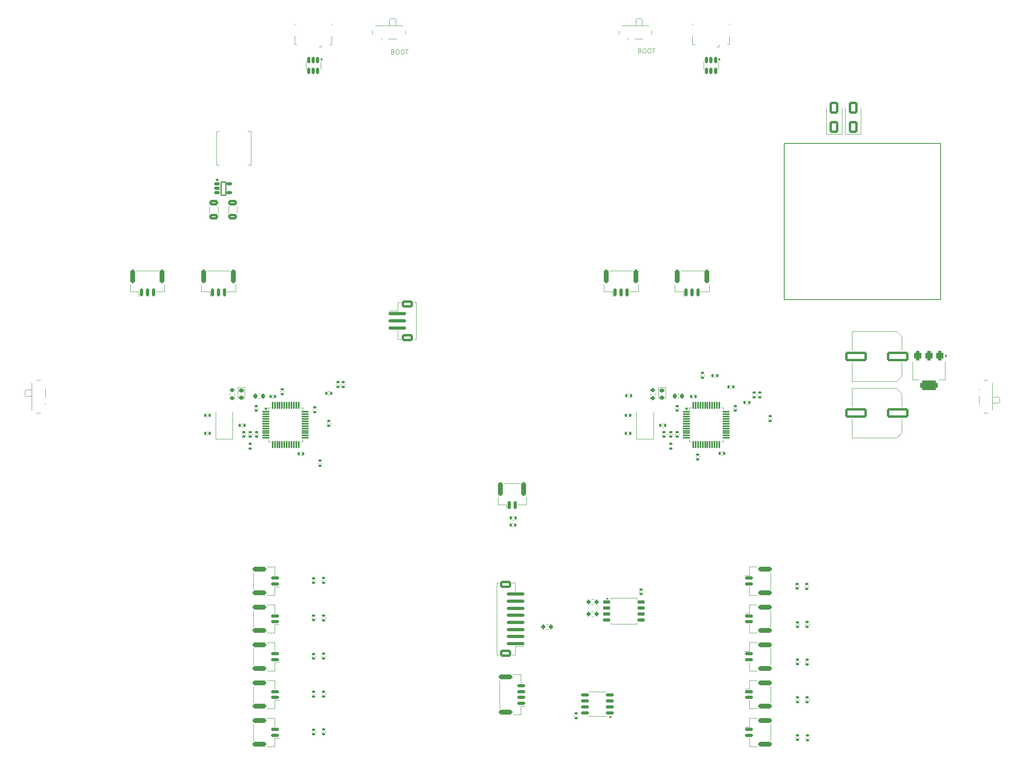
<source format=gto>
%TF.GenerationSoftware,KiCad,Pcbnew,8.0.3*%
%TF.CreationDate,2024-06-22T00:29:56+02:00*%
%TF.ProjectId,Pilot,50696c6f-742e-46b6-9963-61645f706362,rev?*%
%TF.SameCoordinates,Original*%
%TF.FileFunction,Legend,Top*%
%TF.FilePolarity,Positive*%
%FSLAX46Y46*%
G04 Gerber Fmt 4.6, Leading zero omitted, Abs format (unit mm)*
G04 Created by KiCad (PCBNEW 8.0.3) date 2024-06-22 00:29:56*
%MOMM*%
%LPD*%
G01*
G04 APERTURE LIST*
G04 Aperture macros list*
%AMRoundRect*
0 Rectangle with rounded corners*
0 $1 Rounding radius*
0 $2 $3 $4 $5 $6 $7 $8 $9 X,Y pos of 4 corners*
0 Add a 4 corners polygon primitive as box body*
4,1,4,$2,$3,$4,$5,$6,$7,$8,$9,$2,$3,0*
0 Add four circle primitives for the rounded corners*
1,1,$1+$1,$2,$3*
1,1,$1+$1,$4,$5*
1,1,$1+$1,$6,$7*
1,1,$1+$1,$8,$9*
0 Add four rect primitives between the rounded corners*
20,1,$1+$1,$2,$3,$4,$5,0*
20,1,$1+$1,$4,$5,$6,$7,0*
20,1,$1+$1,$6,$7,$8,$9,0*
20,1,$1+$1,$8,$9,$2,$3,0*%
G04 Aperture macros list end*
%ADD10C,0.100000*%
%ADD11C,0.120000*%
%ADD12C,0.254000*%
%ADD13C,0.299000*%
%ADD14C,0.200000*%
%ADD15RoundRect,0.140000X0.170000X-0.140000X0.170000X0.140000X-0.170000X0.140000X-0.170000X-0.140000X0*%
%ADD16RoundRect,0.250001X2.049999X0.799999X-2.049999X0.799999X-2.049999X-0.799999X2.049999X-0.799999X0*%
%ADD17RoundRect,0.150000X-0.700000X0.150000X-0.700000X-0.150000X0.700000X-0.150000X0.700000X0.150000X0*%
%ADD18RoundRect,0.250000X-1.150000X0.250000X-1.150000X-0.250000X1.150000X-0.250000X1.150000X0.250000X0*%
%ADD19RoundRect,0.140000X-0.170000X0.140000X-0.170000X-0.140000X0.170000X-0.140000X0.170000X0.140000X0*%
%ADD20R,1.000000X0.800000*%
%ADD21C,0.900000*%
%ADD22R,0.700000X1.500000*%
%ADD23R,2.400000X2.000000*%
%ADD24RoundRect,0.140000X-0.140000X-0.170000X0.140000X-0.170000X0.140000X0.170000X-0.140000X0.170000X0*%
%ADD25RoundRect,0.135000X-0.185000X0.135000X-0.185000X-0.135000X0.185000X-0.135000X0.185000X0.135000X0*%
%ADD26RoundRect,0.200000X-0.200000X-0.275000X0.200000X-0.275000X0.200000X0.275000X-0.200000X0.275000X0*%
%ADD27RoundRect,0.225000X0.225000X0.250000X-0.225000X0.250000X-0.225000X-0.250000X0.225000X-0.250000X0*%
%ADD28RoundRect,0.140000X0.140000X0.170000X-0.140000X0.170000X-0.140000X-0.170000X0.140000X-0.170000X0*%
%ADD29RoundRect,0.175000X1.675000X-0.175000X1.675000X0.175000X-1.675000X0.175000X-1.675000X-0.175000X0*%
%ADD30RoundRect,0.250001X0.899999X-0.499999X0.899999X0.499999X-0.899999X0.499999X-0.899999X-0.499999X0*%
%ADD31RoundRect,0.155500X-0.397000X0.155500X-0.397000X-0.155500X0.397000X-0.155500X0.397000X0.155500X0*%
%ADD32RoundRect,0.150000X0.700000X-0.150000X0.700000X0.150000X-0.700000X0.150000X-0.700000X-0.150000X0*%
%ADD33RoundRect,0.250000X1.150000X-0.250000X1.150000X0.250000X-1.150000X0.250000X-1.150000X-0.250000X0*%
%ADD34RoundRect,0.147500X0.172500X-0.147500X0.172500X0.147500X-0.172500X0.147500X-0.172500X-0.147500X0*%
%ADD35RoundRect,0.250000X0.650000X-1.000000X0.650000X1.000000X-0.650000X1.000000X-0.650000X-1.000000X0*%
%ADD36RoundRect,0.150000X-0.650000X-0.150000X0.650000X-0.150000X0.650000X0.150000X-0.650000X0.150000X0*%
%ADD37RoundRect,0.135000X0.135000X0.185000X-0.135000X0.185000X-0.135000X-0.185000X0.135000X-0.185000X0*%
%ADD38RoundRect,0.135000X0.185000X-0.135000X0.185000X0.135000X-0.185000X0.135000X-0.185000X-0.135000X0*%
%ADD39C,1.000000*%
%ADD40C,0.700000*%
%ADD41C,1.200000*%
%ADD42R,0.400000X1.350000*%
%ADD43O,1.200000X1.900000*%
%ADD44R,1.200000X1.900000*%
%ADD45C,1.450000*%
%ADD46R,1.500000X1.900000*%
%ADD47R,5.500000X1.430000*%
%ADD48RoundRect,0.375000X-0.375000X0.625000X-0.375000X-0.625000X0.375000X-0.625000X0.375000X0.625000X0*%
%ADD49RoundRect,0.500000X-1.400000X0.500000X-1.400000X-0.500000X1.400000X-0.500000X1.400000X0.500000X0*%
%ADD50RoundRect,0.135000X-0.135000X-0.185000X0.135000X-0.185000X0.135000X0.185000X-0.135000X0.185000X0*%
%ADD51RoundRect,0.200000X0.200000X0.275000X-0.200000X0.275000X-0.200000X-0.275000X0.200000X-0.275000X0*%
%ADD52RoundRect,0.175000X-1.675000X0.175000X-1.675000X-0.175000X1.675000X-0.175000X1.675000X0.175000X0*%
%ADD53RoundRect,0.250001X-0.899999X0.499999X-0.899999X-0.499999X0.899999X-0.499999X0.899999X0.499999X0*%
%ADD54RoundRect,0.150000X-0.150000X-0.700000X0.150000X-0.700000X0.150000X0.700000X-0.150000X0.700000X0*%
%ADD55RoundRect,0.250000X-0.250000X-1.150000X0.250000X-1.150000X0.250000X1.150000X-0.250000X1.150000X0*%
%ADD56RoundRect,0.150000X-0.150000X0.512500X-0.150000X-0.512500X0.150000X-0.512500X0.150000X0.512500X0*%
%ADD57RoundRect,0.250000X-0.650000X0.325000X-0.650000X-0.325000X0.650000X-0.325000X0.650000X0.325000X0*%
%ADD58RoundRect,0.075000X-0.662500X-0.075000X0.662500X-0.075000X0.662500X0.075000X-0.662500X0.075000X0*%
%ADD59RoundRect,0.075000X-0.075000X-0.662500X0.075000X-0.662500X0.075000X0.662500X-0.075000X0.662500X0*%
%ADD60R,0.800000X1.000000*%
%ADD61R,1.500000X0.700000*%
%ADD62RoundRect,0.200000X-0.275000X0.200000X-0.275000X-0.200000X0.275000X-0.200000X0.275000X0.200000X0*%
%ADD63RoundRect,0.218750X-0.256250X0.218750X-0.256250X-0.218750X0.256250X-0.218750X0.256250X0.218750X0*%
%ADD64RoundRect,0.150000X0.675000X0.150000X-0.675000X0.150000X-0.675000X-0.150000X0.675000X-0.150000X0*%
G04 APERTURE END LIST*
D10*
X128962217Y-5873609D02*
X129105074Y-5921228D01*
X129105074Y-5921228D02*
X129152693Y-5968847D01*
X129152693Y-5968847D02*
X129200312Y-6064085D01*
X129200312Y-6064085D02*
X129200312Y-6206942D01*
X129200312Y-6206942D02*
X129152693Y-6302180D01*
X129152693Y-6302180D02*
X129105074Y-6349800D01*
X129105074Y-6349800D02*
X129009836Y-6397419D01*
X129009836Y-6397419D02*
X128628884Y-6397419D01*
X128628884Y-6397419D02*
X128628884Y-5397419D01*
X128628884Y-5397419D02*
X128962217Y-5397419D01*
X128962217Y-5397419D02*
X129057455Y-5445038D01*
X129057455Y-5445038D02*
X129105074Y-5492657D01*
X129105074Y-5492657D02*
X129152693Y-5587895D01*
X129152693Y-5587895D02*
X129152693Y-5683133D01*
X129152693Y-5683133D02*
X129105074Y-5778371D01*
X129105074Y-5778371D02*
X129057455Y-5825990D01*
X129057455Y-5825990D02*
X128962217Y-5873609D01*
X128962217Y-5873609D02*
X128628884Y-5873609D01*
X129819360Y-5397419D02*
X130009836Y-5397419D01*
X130009836Y-5397419D02*
X130105074Y-5445038D01*
X130105074Y-5445038D02*
X130200312Y-5540276D01*
X130200312Y-5540276D02*
X130247931Y-5730752D01*
X130247931Y-5730752D02*
X130247931Y-6064085D01*
X130247931Y-6064085D02*
X130200312Y-6254561D01*
X130200312Y-6254561D02*
X130105074Y-6349800D01*
X130105074Y-6349800D02*
X130009836Y-6397419D01*
X130009836Y-6397419D02*
X129819360Y-6397419D01*
X129819360Y-6397419D02*
X129724122Y-6349800D01*
X129724122Y-6349800D02*
X129628884Y-6254561D01*
X129628884Y-6254561D02*
X129581265Y-6064085D01*
X129581265Y-6064085D02*
X129581265Y-5730752D01*
X129581265Y-5730752D02*
X129628884Y-5540276D01*
X129628884Y-5540276D02*
X129724122Y-5445038D01*
X129724122Y-5445038D02*
X129819360Y-5397419D01*
X130866979Y-5397419D02*
X131057455Y-5397419D01*
X131057455Y-5397419D02*
X131152693Y-5445038D01*
X131152693Y-5445038D02*
X131247931Y-5540276D01*
X131247931Y-5540276D02*
X131295550Y-5730752D01*
X131295550Y-5730752D02*
X131295550Y-6064085D01*
X131295550Y-6064085D02*
X131247931Y-6254561D01*
X131247931Y-6254561D02*
X131152693Y-6349800D01*
X131152693Y-6349800D02*
X131057455Y-6397419D01*
X131057455Y-6397419D02*
X130866979Y-6397419D01*
X130866979Y-6397419D02*
X130771741Y-6349800D01*
X130771741Y-6349800D02*
X130676503Y-6254561D01*
X130676503Y-6254561D02*
X130628884Y-6064085D01*
X130628884Y-6064085D02*
X130628884Y-5730752D01*
X130628884Y-5730752D02*
X130676503Y-5540276D01*
X130676503Y-5540276D02*
X130771741Y-5445038D01*
X130771741Y-5445038D02*
X130866979Y-5397419D01*
X131581265Y-5397419D02*
X132152693Y-5397419D01*
X131866979Y-6397419D02*
X131866979Y-5397419D01*
X76837217Y-6073609D02*
X76980074Y-6121228D01*
X76980074Y-6121228D02*
X77027693Y-6168847D01*
X77027693Y-6168847D02*
X77075312Y-6264085D01*
X77075312Y-6264085D02*
X77075312Y-6406942D01*
X77075312Y-6406942D02*
X77027693Y-6502180D01*
X77027693Y-6502180D02*
X76980074Y-6549800D01*
X76980074Y-6549800D02*
X76884836Y-6597419D01*
X76884836Y-6597419D02*
X76503884Y-6597419D01*
X76503884Y-6597419D02*
X76503884Y-5597419D01*
X76503884Y-5597419D02*
X76837217Y-5597419D01*
X76837217Y-5597419D02*
X76932455Y-5645038D01*
X76932455Y-5645038D02*
X76980074Y-5692657D01*
X76980074Y-5692657D02*
X77027693Y-5787895D01*
X77027693Y-5787895D02*
X77027693Y-5883133D01*
X77027693Y-5883133D02*
X76980074Y-5978371D01*
X76980074Y-5978371D02*
X76932455Y-6025990D01*
X76932455Y-6025990D02*
X76837217Y-6073609D01*
X76837217Y-6073609D02*
X76503884Y-6073609D01*
X77694360Y-5597419D02*
X77884836Y-5597419D01*
X77884836Y-5597419D02*
X77980074Y-5645038D01*
X77980074Y-5645038D02*
X78075312Y-5740276D01*
X78075312Y-5740276D02*
X78122931Y-5930752D01*
X78122931Y-5930752D02*
X78122931Y-6264085D01*
X78122931Y-6264085D02*
X78075312Y-6454561D01*
X78075312Y-6454561D02*
X77980074Y-6549800D01*
X77980074Y-6549800D02*
X77884836Y-6597419D01*
X77884836Y-6597419D02*
X77694360Y-6597419D01*
X77694360Y-6597419D02*
X77599122Y-6549800D01*
X77599122Y-6549800D02*
X77503884Y-6454561D01*
X77503884Y-6454561D02*
X77456265Y-6264085D01*
X77456265Y-6264085D02*
X77456265Y-5930752D01*
X77456265Y-5930752D02*
X77503884Y-5740276D01*
X77503884Y-5740276D02*
X77599122Y-5645038D01*
X77599122Y-5645038D02*
X77694360Y-5597419D01*
X78741979Y-5597419D02*
X78932455Y-5597419D01*
X78932455Y-5597419D02*
X79027693Y-5645038D01*
X79027693Y-5645038D02*
X79122931Y-5740276D01*
X79122931Y-5740276D02*
X79170550Y-5930752D01*
X79170550Y-5930752D02*
X79170550Y-6264085D01*
X79170550Y-6264085D02*
X79122931Y-6454561D01*
X79122931Y-6454561D02*
X79027693Y-6549800D01*
X79027693Y-6549800D02*
X78932455Y-6597419D01*
X78932455Y-6597419D02*
X78741979Y-6597419D01*
X78741979Y-6597419D02*
X78646741Y-6549800D01*
X78646741Y-6549800D02*
X78551503Y-6454561D01*
X78551503Y-6454561D02*
X78503884Y-6264085D01*
X78503884Y-6264085D02*
X78503884Y-5930752D01*
X78503884Y-5930752D02*
X78551503Y-5740276D01*
X78551503Y-5740276D02*
X78646741Y-5645038D01*
X78646741Y-5645038D02*
X78741979Y-5597419D01*
X79456265Y-5597419D02*
X80027693Y-5597419D01*
X79741979Y-6597419D02*
X79741979Y-5597419D01*
D11*
%TO.C,C26*%
X47640000Y-81607836D02*
X47640000Y-81392164D01*
X48360000Y-81607836D02*
X48360000Y-81392164D01*
%TO.C,C34*%
X173740000Y-65240000D02*
X173740000Y-69190000D01*
X173740000Y-75760000D02*
X173740000Y-71810000D01*
X183195563Y-65240000D02*
X173740000Y-65240000D01*
X183195563Y-75760000D02*
X173740000Y-75760000D01*
X184260000Y-66304437D02*
X183195563Y-65240000D01*
X184260000Y-66304437D02*
X184260000Y-69190000D01*
X184260000Y-74695563D02*
X183195563Y-75760000D01*
X184260000Y-74695563D02*
X184260000Y-71810000D01*
%TO.C,J10*%
X152140000Y-123015000D02*
X152140000Y-124815000D01*
X152140000Y-124815000D02*
X151200000Y-124815000D01*
X152140000Y-128985000D02*
X152140000Y-127185000D01*
X153740000Y-123015000D02*
X152140000Y-123015000D01*
X153740000Y-128985000D02*
X152140000Y-128985000D01*
X156610000Y-124285000D02*
X156610000Y-127715000D01*
%TO.C,C24*%
X44940000Y-86892164D02*
X44940000Y-87107836D01*
X45660000Y-86892164D02*
X45660000Y-87107836D01*
%TO.C,SW3*%
X72550000Y-1580000D02*
X72550000Y-2370000D01*
X74600000Y-3420000D02*
X74400000Y-3420000D01*
X76100000Y720000D02*
X76100000Y-570000D01*
X76100000Y720000D02*
X76300000Y930000D01*
X77200000Y930000D02*
X76300000Y930000D01*
X77400000Y720000D02*
X77200000Y930000D01*
X77400000Y-570000D02*
X77400000Y720000D01*
X77600000Y-3420000D02*
X75900000Y-3420000D01*
X78850000Y-570000D02*
X73150000Y-570000D01*
X79450000Y-2370000D02*
X79450000Y-1580000D01*
%TO.C,C35*%
X173740000Y-77240000D02*
X173740000Y-81190000D01*
X173740000Y-87760000D02*
X173740000Y-83810000D01*
X183195563Y-77240000D02*
X173740000Y-77240000D01*
X183195563Y-87760000D02*
X173740000Y-87760000D01*
X184260000Y-78304437D02*
X183195563Y-77240000D01*
X184260000Y-78304437D02*
X184260000Y-81190000D01*
X184260000Y-86695563D02*
X183195563Y-87760000D01*
X184260000Y-86695563D02*
X184260000Y-83810000D01*
%TO.C,C13*%
X59740000Y-134007836D02*
X59740000Y-133792164D01*
X60460000Y-134007836D02*
X60460000Y-133792164D01*
%TO.C,Y2*%
X39400000Y-82200000D02*
X39400000Y-87950000D01*
X39400000Y-87950000D02*
X43000000Y-87950000D01*
X43000000Y-87950000D02*
X43000000Y-82200000D01*
%TO.C,C18*%
X161940000Y-143207836D02*
X161940000Y-142992164D01*
X162660000Y-143207836D02*
X162660000Y-142992164D01*
%TO.C,C28*%
X59940000Y-81692164D02*
X59940000Y-81907836D01*
X60660000Y-81692164D02*
X60660000Y-81907836D01*
%TO.C,C9*%
X126410164Y-82640000D02*
X126625836Y-82640000D01*
X126410164Y-83360000D02*
X126625836Y-83360000D01*
%TO.C,R29*%
X64820000Y-76346359D02*
X64820000Y-76653641D01*
X65580000Y-76346359D02*
X65580000Y-76653641D01*
%TO.C,R24*%
X118762742Y-121877500D02*
X119237258Y-121877500D01*
X118762742Y-122922500D02*
X119237258Y-122922500D01*
%TO.C,C2*%
X137240580Y-78390000D02*
X136959420Y-78390000D01*
X137240580Y-79410000D02*
X136959420Y-79410000D01*
%TO.C,C23*%
X115140000Y-146587836D02*
X115140000Y-146372164D01*
X115860000Y-146587836D02*
X115860000Y-146372164D01*
%TO.C,Y1*%
X128238000Y-82200000D02*
X128238000Y-87950000D01*
X128238000Y-87950000D02*
X131838000Y-87950000D01*
X131838000Y-87950000D02*
X131838000Y-82200000D01*
%TO.C,C6*%
X140209164Y-78640000D02*
X140424836Y-78640000D01*
X140209164Y-79360000D02*
X140424836Y-79360000D01*
%TO.C,C21*%
X161940000Y-135227836D02*
X161940000Y-135012164D01*
X162660000Y-135227836D02*
X162660000Y-135012164D01*
%TO.C,C4*%
X146407836Y-90640000D02*
X146192164Y-90640000D01*
X146407836Y-91360000D02*
X146192164Y-91360000D01*
%TO.C,J13*%
X98740000Y-118390000D02*
X99190000Y-118390000D01*
X98740000Y-133610000D02*
X98740000Y-118390000D01*
X99190000Y-133610000D02*
X98740000Y-133610000D01*
X102010000Y-118390000D02*
X102660000Y-118390000D01*
X102010000Y-133610000D02*
X102660000Y-133610000D01*
X102660000Y-118390000D02*
X102660000Y-120140000D01*
X102660000Y-131860000D02*
X104550000Y-131860000D01*
X102660000Y-133610000D02*
X102660000Y-131860000D01*
%TO.C,R18*%
X163920000Y-142946359D02*
X163920000Y-143253641D01*
X164680000Y-142946359D02*
X164680000Y-143253641D01*
%TO.C,U9*%
D12*
X41500000Y-36412000D02*
X40500000Y-36412000D01*
X40500000Y-33613000D01*
X41500000Y-33613000D01*
X41500000Y-36412000D01*
D13*
X39879500Y-33220000D02*
G75*
G02*
X39580500Y-33220000I-149500J0D01*
G01*
X39580500Y-33220000D02*
G75*
G02*
X39879500Y-33220000I149500J0D01*
G01*
D11*
%TO.C,J6*%
X47390000Y-151715000D02*
X47390000Y-148285000D01*
X50260000Y-147015000D02*
X51860000Y-147015000D01*
X50260000Y-152985000D02*
X51860000Y-152985000D01*
X51860000Y-147015000D02*
X51860000Y-148815000D01*
X51860000Y-151185000D02*
X52800000Y-151185000D01*
X51860000Y-152985000D02*
X51860000Y-151185000D01*
%TO.C,D4*%
X168350000Y-23510000D02*
X168350000Y-18000000D01*
X168350000Y-23510000D02*
X171650000Y-23510000D01*
X171650000Y-23510000D02*
X171650000Y-18000000D01*
%TO.C,U2*%
X122852500Y-121617500D02*
X122852500Y-121900000D01*
X122852500Y-127112500D02*
X122852500Y-126830000D01*
X125600000Y-121617500D02*
X122852500Y-121617500D01*
X125600000Y-121617500D02*
X128347500Y-121617500D01*
X125600000Y-127112500D02*
X122852500Y-127112500D01*
X125600000Y-127112500D02*
X128347500Y-127112500D01*
X128347500Y-121617500D02*
X128347500Y-121900000D01*
X128347500Y-127112500D02*
X128347500Y-126830000D01*
X122081250Y-121900000D02*
X121841250Y-121570000D01*
X122321250Y-121570000D01*
X122081250Y-121900000D01*
G36*
X122081250Y-121900000D02*
G01*
X121841250Y-121570000D01*
X122321250Y-121570000D01*
X122081250Y-121900000D01*
G37*
%TO.C,R11*%
X102353641Y-104295000D02*
X102046359Y-104295000D01*
X102353641Y-105055000D02*
X102046359Y-105055000D01*
%TO.C,R26*%
X156120000Y-83853641D02*
X156120000Y-83546359D01*
X156880000Y-83853641D02*
X156880000Y-83546359D01*
%TO.C,R4*%
X61020000Y-93253641D02*
X61020000Y-92946359D01*
X61780000Y-93253641D02*
X61780000Y-92946359D01*
%TO.C,U7*%
D14*
X159500000Y-25500000D02*
X192500000Y-25500000D01*
X192500000Y-58500000D01*
X159500000Y-58500000D01*
X159500000Y-25500000D01*
D11*
%TO.C,J4*%
X47390000Y-135715000D02*
X47390000Y-132285000D01*
X50260000Y-131015000D02*
X51860000Y-131015000D01*
X50260000Y-136985000D02*
X51860000Y-136985000D01*
X51860000Y-131015000D02*
X51860000Y-132815000D01*
X51860000Y-135185000D02*
X52800000Y-135185000D01*
X51860000Y-136985000D02*
X51860000Y-135185000D01*
%TO.C,J20*%
X56100000Y-162500D02*
X56100000Y-412500D01*
X56100000Y-2712500D02*
X56100000Y-4562500D01*
X56100000Y-4562500D02*
X56550000Y-4562500D01*
X61700000Y-5112500D02*
X61250000Y-5112500D01*
X61700000Y-5112500D02*
X61700000Y-4662500D01*
X63900000Y-162500D02*
X63900000Y-412500D01*
X63900000Y-2712500D02*
X63900000Y-4562500D01*
X63900000Y-4562500D02*
X63450000Y-4562500D01*
%TO.C,L3*%
X39560000Y-22960000D02*
X40190000Y-22960000D01*
X39560000Y-30040000D02*
X39560000Y-22960000D01*
X39560000Y-30040000D02*
X40190000Y-30040000D01*
X46840000Y-22960000D02*
X46210000Y-22960000D01*
X46840000Y-30040000D02*
X46210000Y-30040000D01*
X46840000Y-30040000D02*
X46840000Y-22960000D01*
%TO.C,U8*%
X186590000Y-71650000D02*
X186590000Y-75410000D01*
X186590000Y-75410000D02*
X187850000Y-75410000D01*
X193410000Y-71650000D02*
X193410000Y-75410000D01*
X193410000Y-75410000D02*
X192150000Y-75410000D01*
X193640000Y-70610000D02*
X193310000Y-70370000D01*
X193640000Y-70130000D01*
X193640000Y-70610000D01*
G36*
X193640000Y-70610000D02*
G01*
X193310000Y-70370000D01*
X193640000Y-70130000D01*
X193640000Y-70610000D01*
G37*
%TO.C,R13*%
X61820000Y-133746359D02*
X61820000Y-134053641D01*
X62580000Y-133746359D02*
X62580000Y-134053641D01*
%TO.C,R30*%
X63146359Y-77920000D02*
X63453641Y-77920000D01*
X63146359Y-78680000D02*
X63453641Y-78680000D01*
%TO.C,R6*%
X152720000Y-78546359D02*
X152720000Y-78853641D01*
X153480000Y-78546359D02*
X153480000Y-78853641D01*
%TO.C,R23*%
X109637258Y-127177500D02*
X109162742Y-127177500D01*
X109637258Y-128222500D02*
X109162742Y-128222500D01*
%TO.C,J15*%
X77840000Y-59140000D02*
X77840000Y-60890000D01*
X77840000Y-60890000D02*
X75950000Y-60890000D01*
X77840000Y-66860000D02*
X77840000Y-65110000D01*
X78490000Y-59140000D02*
X77840000Y-59140000D01*
X78490000Y-66860000D02*
X77840000Y-66860000D01*
X81310000Y-59140000D02*
X81760000Y-59140000D01*
X81760000Y-59140000D02*
X81760000Y-66860000D01*
X81760000Y-66860000D02*
X81310000Y-66860000D01*
%TO.C,J19*%
X121390000Y-55260000D02*
X121390000Y-56860000D01*
X121390000Y-56860000D02*
X123190000Y-56860000D01*
X122660000Y-52390000D02*
X127340000Y-52390000D01*
X123190000Y-56860000D02*
X123190000Y-57800000D01*
X128610000Y-55260000D02*
X128610000Y-56860000D01*
X128610000Y-56860000D02*
X126810000Y-56860000D01*
%TO.C,J18*%
X136390000Y-55260000D02*
X136390000Y-56860000D01*
X136390000Y-56860000D02*
X138190000Y-56860000D01*
X137660000Y-52390000D02*
X142340000Y-52390000D01*
X138190000Y-56860000D02*
X138190000Y-57800000D01*
X143610000Y-55260000D02*
X143610000Y-56860000D01*
X143610000Y-56860000D02*
X141810000Y-56860000D01*
%TO.C,R25*%
X119217258Y-124492500D02*
X118742742Y-124492500D01*
X119217258Y-125537500D02*
X118742742Y-125537500D01*
%TO.C,J14*%
X140100000Y-162500D02*
X140100000Y-412500D01*
X140100000Y-2712500D02*
X140100000Y-4562500D01*
X140100000Y-4562500D02*
X140550000Y-4562500D01*
X145700000Y-5112500D02*
X145250000Y-5112500D01*
X145700000Y-5112500D02*
X145700000Y-4662500D01*
X147900000Y-162500D02*
X147900000Y-412500D01*
X147900000Y-2712500D02*
X147900000Y-4562500D01*
X147900000Y-4562500D02*
X147450000Y-4562500D01*
%TO.C,R8*%
X141820000Y-74356359D02*
X141820000Y-74663641D01*
X142580000Y-74356359D02*
X142580000Y-74663641D01*
%TO.C,R31*%
X53045000Y-77806359D02*
X53045000Y-78113641D01*
X53805000Y-77806359D02*
X53805000Y-78113641D01*
%TO.C,U6*%
X58440000Y-9000000D02*
X58440000Y-8200000D01*
X58440000Y-9000000D02*
X58440000Y-9800000D01*
X61560000Y-9000000D02*
X61560000Y-8200000D01*
X61560000Y-9000000D02*
X61560000Y-9800000D01*
X61840000Y-7940000D02*
X61510000Y-7700000D01*
X61840000Y-7460000D01*
X61840000Y-7940000D01*
G36*
X61840000Y-7940000D02*
G01*
X61510000Y-7700000D01*
X61840000Y-7460000D01*
X61840000Y-7940000D01*
G37*
%TO.C,C37*%
X38090000Y-38788748D02*
X38090000Y-40211252D01*
X39910000Y-38788748D02*
X39910000Y-40211252D01*
%TO.C,C32*%
X37572164Y-82640000D02*
X37787836Y-82640000D01*
X37572164Y-83360000D02*
X37787836Y-83360000D01*
%TO.C,C12*%
X59740000Y-118007836D02*
X59740000Y-117792164D01*
X60460000Y-118007836D02*
X60460000Y-117792164D01*
%TO.C,R2*%
X144646359Y-74220000D02*
X144953641Y-74220000D01*
X144646359Y-74980000D02*
X144953641Y-74980000D01*
%TO.C,D3*%
X172350000Y-23510000D02*
X172350000Y-18000000D01*
X172350000Y-23510000D02*
X175650000Y-23510000D01*
X175650000Y-23510000D02*
X175650000Y-18000000D01*
%TO.C,R20*%
X164020000Y-150946359D02*
X164020000Y-151253641D01*
X164780000Y-150946359D02*
X164780000Y-151253641D01*
%TO.C,C36*%
X42090000Y-38788748D02*
X42090000Y-40211252D01*
X43910000Y-38788748D02*
X43910000Y-40211252D01*
%TO.C,R27*%
X62920000Y-84853641D02*
X62920000Y-84546359D01*
X63680000Y-84853641D02*
X63680000Y-84546359D01*
%TO.C,C27*%
X57507836Y-90740000D02*
X57292164Y-90740000D01*
X57507836Y-91460000D02*
X57292164Y-91460000D01*
%TO.C,U1*%
X139390000Y-81390000D02*
X139390000Y-81840000D01*
X139390000Y-88610000D02*
X139390000Y-88160000D01*
X139840000Y-81390000D02*
X139390000Y-81390000D01*
X139840000Y-88610000D02*
X139390000Y-88610000D01*
X146160000Y-81390000D02*
X146610000Y-81390000D01*
X146160000Y-88610000D02*
X146610000Y-88610000D01*
X146610000Y-81390000D02*
X146610000Y-81840000D01*
X146610000Y-88610000D02*
X146610000Y-88160000D01*
X138800000Y-81840000D02*
X138460000Y-81370000D01*
X139140000Y-81370000D01*
X138800000Y-81840000D01*
G36*
X138800000Y-81840000D02*
G01*
X138460000Y-81370000D01*
X139140000Y-81370000D01*
X138800000Y-81840000D01*
G37*
%TO.C,J17*%
X21390000Y-55260000D02*
X21390000Y-56860000D01*
X21390000Y-56860000D02*
X23190000Y-56860000D01*
X22660000Y-52390000D02*
X27340000Y-52390000D01*
X23190000Y-56860000D02*
X23190000Y-57800000D01*
X28610000Y-55260000D02*
X28610000Y-56860000D01*
X28610000Y-56860000D02*
X26810000Y-56860000D01*
%TO.C,R1*%
X148353641Y-76620000D02*
X148046359Y-76620000D01*
X148353641Y-77380000D02*
X148046359Y-77380000D01*
%TO.C,SW2*%
X-930000Y-77800000D02*
X-930000Y-78700000D01*
X-720000Y-77600000D02*
X-930000Y-77800000D01*
X-720000Y-78900000D02*
X-930000Y-78700000D01*
X-720000Y-78900000D02*
X570000Y-78900000D01*
X570000Y-76150000D02*
X570000Y-81850000D01*
X570000Y-77600000D02*
X-720000Y-77600000D01*
X1580000Y-82450000D02*
X2370000Y-82450000D01*
X2370000Y-75550000D02*
X1580000Y-75550000D01*
X3420000Y-77400000D02*
X3420000Y-79100000D01*
X3420000Y-80400000D02*
X3420000Y-80600000D01*
%TO.C,SW1*%
X124550000Y-1580000D02*
X124550000Y-2370000D01*
X126600000Y-3420000D02*
X126400000Y-3420000D01*
X128100000Y720000D02*
X128100000Y-570000D01*
X128100000Y720000D02*
X128300000Y930000D01*
X129200000Y930000D02*
X128300000Y930000D01*
X129400000Y720000D02*
X129200000Y930000D01*
X129400000Y-570000D02*
X129400000Y720000D01*
X129600000Y-3420000D02*
X127900000Y-3420000D01*
X130850000Y-570000D02*
X125150000Y-570000D01*
X131450000Y-2370000D02*
X131450000Y-1580000D01*
%TO.C,C5*%
X148740000Y-81392164D02*
X148740000Y-81607836D01*
X149460000Y-81392164D02*
X149460000Y-81607836D01*
%TO.C,R33*%
X42377500Y-78262742D02*
X42377500Y-78737258D01*
X43422500Y-78262742D02*
X43422500Y-78737258D01*
%TO.C,J1*%
X99390000Y-144965000D02*
X99390000Y-139035000D01*
X102260000Y-137765000D02*
X103860000Y-137765000D01*
X102260000Y-146235000D02*
X103860000Y-146235000D01*
X103860000Y-137765000D02*
X103860000Y-139565000D01*
X103860000Y-144435000D02*
X104800000Y-144435000D01*
X103860000Y-146235000D02*
X103860000Y-144435000D01*
%TO.C,J8*%
X152140000Y-115015000D02*
X152140000Y-116815000D01*
X152140000Y-116815000D02*
X151200000Y-116815000D01*
X152140000Y-120985000D02*
X152140000Y-119185000D01*
X153740000Y-115015000D02*
X152140000Y-115015000D01*
X153740000Y-120985000D02*
X152140000Y-120985000D01*
X156610000Y-116285000D02*
X156610000Y-119715000D01*
%TO.C,J16*%
X36390000Y-55260000D02*
X36390000Y-56860000D01*
X36390000Y-56860000D02*
X38190000Y-56860000D01*
X37660000Y-52390000D02*
X42340000Y-52390000D01*
X38190000Y-56860000D02*
X38190000Y-57800000D01*
X43610000Y-55260000D02*
X43610000Y-56860000D01*
X43610000Y-56860000D02*
X41810000Y-56860000D01*
%TO.C,J3*%
X47390000Y-119715000D02*
X47390000Y-116285000D01*
X50260000Y-115015000D02*
X51860000Y-115015000D01*
X50260000Y-120985000D02*
X51860000Y-120985000D01*
X51860000Y-115015000D02*
X51860000Y-116815000D01*
X51860000Y-119185000D02*
X52800000Y-119185000D01*
X51860000Y-120985000D02*
X51860000Y-119185000D01*
%TO.C,U4*%
X142440000Y-9000000D02*
X142440000Y-8200000D01*
X142440000Y-9000000D02*
X142440000Y-9800000D01*
X145560000Y-9000000D02*
X145560000Y-8200000D01*
X145560000Y-9000000D02*
X145560000Y-9800000D01*
X145840000Y-7940000D02*
X145510000Y-7700000D01*
X145840000Y-7460000D01*
X145840000Y-7940000D01*
G36*
X145840000Y-7940000D02*
G01*
X145510000Y-7700000D01*
X145840000Y-7460000D01*
X145840000Y-7940000D01*
G37*
%TO.C,R28*%
X65920000Y-76346359D02*
X65920000Y-76653641D01*
X66680000Y-76346359D02*
X66680000Y-76653641D01*
%TO.C,U5*%
X50552500Y-81390000D02*
X50552500Y-81840000D01*
X50552500Y-88610000D02*
X50552500Y-88160000D01*
X51002500Y-81390000D02*
X50552500Y-81390000D01*
X51002500Y-88610000D02*
X50552500Y-88610000D01*
X57322500Y-81390000D02*
X57772500Y-81390000D01*
X57322500Y-88610000D02*
X57772500Y-88610000D01*
X57772500Y-81390000D02*
X57772500Y-81840000D01*
X57772500Y-88610000D02*
X57772500Y-88160000D01*
X49962500Y-81840000D02*
X49622500Y-81370000D01*
X50302500Y-81370000D01*
X49962500Y-81840000D01*
G36*
X49962500Y-81840000D02*
G01*
X49622500Y-81370000D01*
X50302500Y-81370000D01*
X49962500Y-81840000D01*
G37*
%TO.C,J2*%
X99015000Y-100260000D02*
X99015000Y-101860000D01*
X99015000Y-101860000D02*
X100815000Y-101860000D01*
X100285000Y-97390000D02*
X103715000Y-97390000D01*
X100815000Y-101860000D02*
X100815000Y-102800000D01*
X104985000Y-100260000D02*
X104985000Y-101860000D01*
X104985000Y-101860000D02*
X103185000Y-101860000D01*
%TO.C,D1*%
X132903000Y-77015000D02*
X132903000Y-79300000D01*
X134373000Y-77015000D02*
X132903000Y-77015000D01*
X134373000Y-79300000D02*
X134373000Y-77015000D01*
%TO.C,R22*%
X131215500Y-78262742D02*
X131215500Y-78737258D01*
X132260500Y-78262742D02*
X132260500Y-78737258D01*
%TO.C,R21*%
X163920000Y-134966359D02*
X163920000Y-135273641D01*
X164680000Y-134966359D02*
X164680000Y-135273641D01*
%TO.C,C30*%
X46340000Y-87107836D02*
X46340000Y-86892164D01*
X47060000Y-87107836D02*
X47060000Y-86892164D01*
%TO.C,D2*%
X44065000Y-77015000D02*
X44065000Y-79300000D01*
X45535000Y-77015000D02*
X44065000Y-77015000D01*
X45535000Y-79300000D02*
X45535000Y-77015000D01*
%TO.C,C25*%
X48740580Y-78390000D02*
X48459420Y-78390000D01*
X48740580Y-79410000D02*
X48459420Y-79410000D01*
%TO.C,R15*%
X61820000Y-149746359D02*
X61820000Y-150053641D01*
X62580000Y-149746359D02*
X62580000Y-150053641D01*
%TO.C,C33*%
X37572164Y-86440000D02*
X37787836Y-86440000D01*
X37572164Y-87160000D02*
X37787836Y-87160000D01*
%TO.C,R5*%
X153920000Y-78546359D02*
X153920000Y-78853641D01*
X154680000Y-78546359D02*
X154680000Y-78853641D01*
%TO.C,R3*%
X140820000Y-91953641D02*
X140820000Y-91646359D01*
X141580000Y-91953641D02*
X141580000Y-91646359D01*
%TO.C,C10*%
X126410164Y-86440000D02*
X126625836Y-86440000D01*
X126410164Y-87160000D02*
X126625836Y-87160000D01*
%TO.C,C7*%
X135178000Y-87107836D02*
X135178000Y-86892164D01*
X135898000Y-87107836D02*
X135898000Y-86892164D01*
%TO.C,R32*%
X45153641Y-84720000D02*
X44846359Y-84720000D01*
X45153641Y-85480000D02*
X44846359Y-85480000D01*
%TO.C,C11*%
X102092164Y-105815000D02*
X102307836Y-105815000D01*
X102092164Y-106535000D02*
X102307836Y-106535000D01*
%TO.C,C14*%
X59740000Y-142007836D02*
X59740000Y-141792164D01*
X60460000Y-142007836D02*
X60460000Y-141792164D01*
%TO.C,C3*%
X136478000Y-81607836D02*
X136478000Y-81392164D01*
X137198000Y-81607836D02*
X137198000Y-81392164D01*
%TO.C,C17*%
X161840000Y-119207836D02*
X161840000Y-118992164D01*
X162560000Y-119207836D02*
X162560000Y-118992164D01*
%TO.C,SW4*%
X200580000Y-77600000D02*
X200580000Y-77400000D01*
X200580000Y-80600000D02*
X200580000Y-78900000D01*
X201630000Y-82450000D02*
X202420000Y-82450000D01*
X202420000Y-75550000D02*
X201630000Y-75550000D01*
X203430000Y-80400000D02*
X204720000Y-80400000D01*
X203430000Y-81850000D02*
X203430000Y-76150000D01*
X204720000Y-79100000D02*
X203430000Y-79100000D01*
X204720000Y-79100000D02*
X204930000Y-79300000D01*
X204720000Y-80400000D02*
X204930000Y-80200000D01*
X204930000Y-80200000D02*
X204930000Y-79300000D01*
%TO.C,J7*%
X47390000Y-127715000D02*
X47390000Y-124285000D01*
X50260000Y-123015000D02*
X51860000Y-123015000D01*
X50260000Y-128985000D02*
X51860000Y-128985000D01*
X51860000Y-123015000D02*
X51860000Y-124815000D01*
X51860000Y-127185000D02*
X52800000Y-127185000D01*
X51860000Y-128985000D02*
X51860000Y-127185000D01*
%TO.C,R14*%
X61820000Y-141746359D02*
X61820000Y-142053641D01*
X62580000Y-141746359D02*
X62580000Y-142053641D01*
%TO.C,R19*%
X163920000Y-127046359D02*
X163920000Y-127353641D01*
X164680000Y-127046359D02*
X164680000Y-127353641D01*
%TO.C,C22*%
X128840000Y-120192164D02*
X128840000Y-120407836D01*
X129560000Y-120192164D02*
X129560000Y-120407836D01*
%TO.C,C15*%
X59740000Y-150007836D02*
X59740000Y-149792164D01*
X60460000Y-150007836D02*
X60460000Y-149792164D01*
%TO.C,R9*%
X133991641Y-84720000D02*
X133684359Y-84720000D01*
X133991641Y-85480000D02*
X133684359Y-85480000D01*
%TO.C,J12*%
X152140000Y-131015000D02*
X152140000Y-132815000D01*
X152140000Y-132815000D02*
X151200000Y-132815000D01*
X152140000Y-136985000D02*
X152140000Y-135185000D01*
X153740000Y-131015000D02*
X152140000Y-131015000D01*
X153740000Y-136985000D02*
X152140000Y-136985000D01*
X156610000Y-132285000D02*
X156610000Y-135715000D01*
%TO.C,C20*%
X161940000Y-151207836D02*
X161940000Y-150992164D01*
X162660000Y-151207836D02*
X162660000Y-150992164D01*
%TO.C,J11*%
X152140000Y-147015000D02*
X152140000Y-148815000D01*
X152140000Y-148815000D02*
X151200000Y-148815000D01*
X152140000Y-152985000D02*
X152140000Y-151185000D01*
X153740000Y-147015000D02*
X152140000Y-147015000D01*
X153740000Y-152985000D02*
X152140000Y-152985000D01*
X156610000Y-148285000D02*
X156610000Y-151715000D01*
%TO.C,C29*%
X51372164Y-78640000D02*
X51587836Y-78640000D01*
X51372164Y-79360000D02*
X51587836Y-79360000D01*
%TO.C,R12*%
X61820000Y-117746359D02*
X61820000Y-118053641D01*
X62580000Y-117746359D02*
X62580000Y-118053641D01*
%TO.C,R17*%
X163820000Y-118946359D02*
X163820000Y-119253641D01*
X164580000Y-118946359D02*
X164580000Y-119253641D01*
%TO.C,C8*%
X136528000Y-87107836D02*
X136528000Y-86892164D01*
X137248000Y-87107836D02*
X137248000Y-86892164D01*
%TO.C,J9*%
X152140000Y-139015000D02*
X152140000Y-140815000D01*
X152140000Y-140815000D02*
X151200000Y-140815000D01*
X152140000Y-144985000D02*
X152140000Y-143185000D01*
X153740000Y-139015000D02*
X152140000Y-139015000D01*
X153740000Y-144985000D02*
X152140000Y-144985000D01*
X156610000Y-140285000D02*
X156610000Y-143715000D01*
%TO.C,J5*%
X47390000Y-143715000D02*
X47390000Y-140285000D01*
X50260000Y-139015000D02*
X51860000Y-139015000D01*
X50260000Y-144985000D02*
X51860000Y-144985000D01*
X51860000Y-139015000D02*
X51860000Y-140815000D01*
X51860000Y-143185000D02*
X52800000Y-143185000D01*
X51860000Y-144985000D02*
X51860000Y-143185000D01*
%TO.C,C31*%
X47690000Y-87107836D02*
X47690000Y-86892164D01*
X48410000Y-87107836D02*
X48410000Y-86892164D01*
%TO.C,R7*%
X151446359Y-79920000D02*
X151753641Y-79920000D01*
X151446359Y-80680000D02*
X151753641Y-80680000D01*
%TO.C,U3*%
X120000000Y-141440000D02*
X118050000Y-141440000D01*
X120000000Y-141440000D02*
X121950000Y-141440000D01*
X120000000Y-146560000D02*
X118050000Y-146560000D01*
X120000000Y-146560000D02*
X121950000Y-146560000D01*
X122940000Y-146795000D02*
X122460000Y-146795000D01*
X122700000Y-146465000D01*
X122940000Y-146795000D01*
G36*
X122940000Y-146795000D02*
G01*
X122460000Y-146795000D01*
X122700000Y-146465000D01*
X122940000Y-146795000D01*
G37*
%TO.C,R10*%
X126446359Y-78420000D02*
X126753641Y-78420000D01*
X126446359Y-79180000D02*
X126753641Y-79180000D01*
%TO.C,C16*%
X59740000Y-125907836D02*
X59740000Y-125692164D01*
X60460000Y-125907836D02*
X60460000Y-125692164D01*
%TO.C,C1*%
X133740000Y-86892164D02*
X133740000Y-87107836D01*
X134460000Y-86892164D02*
X134460000Y-87107836D01*
%TO.C,R16*%
X61820000Y-125656359D02*
X61820000Y-125963641D01*
X62580000Y-125656359D02*
X62580000Y-125963641D01*
%TO.C,C19*%
X161940000Y-127307836D02*
X161940000Y-127092164D01*
X162660000Y-127307836D02*
X162660000Y-127092164D01*
%TD*%
%LPC*%
D15*
%TO.C,C26*%
X48000000Y-81980000D03*
X48000000Y-81020000D03*
%TD*%
D16*
%TO.C,C34*%
X183400000Y-70500000D03*
X174600000Y-70500000D03*
%TD*%
D17*
%TO.C,J10*%
X152050000Y-125375000D03*
X152050000Y-126625000D03*
D18*
X155400000Y-123525000D03*
X155400000Y-128475000D03*
%TD*%
D19*
%TO.C,C24*%
X45300000Y-86520000D03*
X45300000Y-87480000D03*
%TD*%
D20*
%TO.C,SW3*%
X79650000Y-3080000D03*
X79650000Y-870000D03*
D21*
X77500000Y-1970000D03*
X74500000Y-1970000D03*
D20*
X72350000Y-3080000D03*
X72350000Y-870000D03*
D22*
X78250000Y-3730000D03*
X75250000Y-3730000D03*
X73750000Y-3730000D03*
%TD*%
D16*
%TO.C,C35*%
X183400000Y-82500000D03*
X174600000Y-82500000D03*
%TD*%
D15*
%TO.C,C13*%
X60100000Y-134380000D03*
X60100000Y-133420000D03*
%TD*%
D23*
%TO.C,Y2*%
X41200000Y-86750000D03*
X41200000Y-83050000D03*
%TD*%
D15*
%TO.C,C18*%
X162300000Y-143580000D03*
X162300000Y-142620000D03*
%TD*%
D19*
%TO.C,C28*%
X60300000Y-81320000D03*
X60300000Y-82280000D03*
%TD*%
D24*
%TO.C,C9*%
X126038000Y-83000000D03*
X126998000Y-83000000D03*
%TD*%
D25*
%TO.C,R29*%
X65200000Y-75990000D03*
X65200000Y-77010000D03*
%TD*%
D26*
%TO.C,R24*%
X118175000Y-122400000D03*
X119825000Y-122400000D03*
%TD*%
D27*
%TO.C,C2*%
X137875000Y-78900000D03*
X136325000Y-78900000D03*
%TD*%
D15*
%TO.C,C23*%
X115500000Y-146960000D03*
X115500000Y-146000000D03*
%TD*%
D23*
%TO.C,Y1*%
X130038000Y-86750000D03*
X130038000Y-83050000D03*
%TD*%
D24*
%TO.C,C6*%
X139837000Y-79000000D03*
X140797000Y-79000000D03*
%TD*%
D15*
%TO.C,C21*%
X162300000Y-135600000D03*
X162300000Y-134640000D03*
%TD*%
D28*
%TO.C,C4*%
X146780000Y-91000000D03*
X145820000Y-91000000D03*
%TD*%
D29*
%TO.C,J13*%
X102700000Y-131250000D03*
X102700000Y-129750000D03*
X102700000Y-128250000D03*
X102700000Y-126750000D03*
X102700000Y-125250000D03*
X102700000Y-123750000D03*
X102700000Y-122250000D03*
X102700000Y-120750000D03*
D30*
X100600000Y-133300000D03*
X100600000Y-118700000D03*
%TD*%
D25*
%TO.C,R18*%
X164300000Y-142590000D03*
X164300000Y-143610000D03*
%TD*%
D31*
%TO.C,U9*%
X39700000Y-34050000D03*
X39700000Y-35000000D03*
X39700000Y-35950000D03*
X42300000Y-35900000D03*
X42300000Y-34050000D03*
%TD*%
D32*
%TO.C,J6*%
X51950000Y-150625000D03*
X51950000Y-149375000D03*
D33*
X48600000Y-152475000D03*
X48600000Y-147525000D03*
%TD*%
D34*
%TO.C,L1*%
X135548000Y-89985000D03*
X135548000Y-89015000D03*
%TD*%
D35*
%TO.C,D4*%
X170000000Y-22000000D03*
X170000000Y-18000000D03*
%TD*%
D36*
%TO.C,U2*%
X122000000Y-122460000D03*
X122000000Y-123730000D03*
X122000000Y-125000000D03*
X122000000Y-126270000D03*
X129200000Y-126270000D03*
X129200000Y-125000000D03*
X129200000Y-123730000D03*
X129200000Y-122460000D03*
%TD*%
D37*
%TO.C,R11*%
X102710000Y-104675000D03*
X101690000Y-104675000D03*
%TD*%
D38*
%TO.C,R26*%
X156500000Y-84210000D03*
X156500000Y-83190000D03*
%TD*%
%TO.C,R4*%
X61400000Y-93610000D03*
X61400000Y-92590000D03*
%TD*%
D39*
%TO.C,U7*%
X160760000Y-36920000D03*
X160760000Y-39460000D03*
D40*
X184620000Y-52477000D03*
D39*
X184890000Y-57240000D03*
D41*
X185370000Y-54890000D03*
X181870000Y-54890000D03*
D39*
X182350000Y-57240000D03*
D40*
X182620000Y-52500000D03*
D39*
X174730000Y-57240000D03*
X172190000Y-57240000D03*
X169650000Y-57240000D03*
X167110000Y-57240000D03*
X169650000Y-26760000D03*
X169650000Y-31840000D03*
D41*
X170257000Y-29109000D03*
X166757000Y-29109000D03*
D39*
X167110000Y-26760000D03*
X167110000Y-31840000D03*
X186160000Y-35650000D03*
%TD*%
D32*
%TO.C,J4*%
X51950000Y-134625000D03*
X51950000Y-133375000D03*
D33*
X48600000Y-136475000D03*
X48600000Y-131525000D03*
%TD*%
D42*
%TO.C,J20*%
X61300000Y-4262500D03*
X60650000Y-4262500D03*
X60000000Y-4262500D03*
X59350000Y-4262500D03*
X58700000Y-4262500D03*
D43*
X63500000Y-1562500D03*
D44*
X62900000Y-1562500D03*
D45*
X62500000Y-4262500D03*
D46*
X61000000Y-1562500D03*
X59000000Y-1562500D03*
D45*
X57500000Y-4262500D03*
D44*
X57100000Y-1562500D03*
D43*
X56500000Y-1562500D03*
%TD*%
D47*
%TO.C,L3*%
X43200000Y-28520000D03*
X43200000Y-24480000D03*
%TD*%
D48*
%TO.C,U8*%
X192300000Y-70350000D03*
X190000000Y-70350000D03*
D49*
X190000000Y-76650000D03*
D48*
X187700000Y-70350000D03*
%TD*%
D25*
%TO.C,R13*%
X62200000Y-133390000D03*
X62200000Y-134410000D03*
%TD*%
D50*
%TO.C,R30*%
X62790000Y-78300000D03*
X63810000Y-78300000D03*
%TD*%
D25*
%TO.C,R6*%
X153100000Y-78190000D03*
X153100000Y-79210000D03*
%TD*%
D51*
%TO.C,R23*%
X110225000Y-127700000D03*
X108575000Y-127700000D03*
%TD*%
D52*
%TO.C,J15*%
X77800000Y-61500000D03*
X77800000Y-63000000D03*
X77800000Y-64500000D03*
D53*
X79900000Y-59450000D03*
X79900000Y-66550000D03*
%TD*%
D54*
%TO.C,J19*%
X123750000Y-56950000D03*
X125000000Y-56950000D03*
X126250000Y-56950000D03*
D55*
X121900000Y-53600000D03*
X128100000Y-53600000D03*
%TD*%
D54*
%TO.C,J18*%
X138750000Y-56950000D03*
X140000000Y-56950000D03*
X141250000Y-56950000D03*
D55*
X136900000Y-53600000D03*
X143100000Y-53600000D03*
%TD*%
D51*
%TO.C,R25*%
X119805000Y-125015000D03*
X118155000Y-125015000D03*
%TD*%
D42*
%TO.C,J14*%
X145300000Y-4262500D03*
X144650000Y-4262500D03*
X144000000Y-4262500D03*
X143350000Y-4262500D03*
X142700000Y-4262500D03*
D43*
X147500000Y-1562500D03*
D44*
X146900000Y-1562500D03*
D45*
X146500000Y-4262500D03*
D46*
X145000000Y-1562500D03*
X143000000Y-1562500D03*
D45*
X141500000Y-4262500D03*
D44*
X141100000Y-1562500D03*
D43*
X140500000Y-1562500D03*
%TD*%
D25*
%TO.C,R8*%
X142200000Y-74000000D03*
X142200000Y-75020000D03*
%TD*%
%TO.C,R31*%
X53425000Y-77450000D03*
X53425000Y-78470000D03*
%TD*%
D56*
%TO.C,U6*%
X60950000Y-7862500D03*
X60000000Y-7862500D03*
X59050000Y-7862500D03*
X59050000Y-10137500D03*
X60000000Y-10137500D03*
X60950000Y-10137500D03*
%TD*%
D57*
%TO.C,C37*%
X39000000Y-38025000D03*
X39000000Y-40975000D03*
%TD*%
D24*
%TO.C,C32*%
X37200000Y-83000000D03*
X38160000Y-83000000D03*
%TD*%
D15*
%TO.C,C12*%
X60100000Y-118380000D03*
X60100000Y-117420000D03*
%TD*%
D50*
%TO.C,R2*%
X144290000Y-74600000D03*
X145310000Y-74600000D03*
%TD*%
D35*
%TO.C,D3*%
X174000000Y-22000000D03*
X174000000Y-18000000D03*
%TD*%
D25*
%TO.C,R20*%
X164400000Y-150590000D03*
X164400000Y-151610000D03*
%TD*%
D57*
%TO.C,C36*%
X43000000Y-38025000D03*
X43000000Y-40975000D03*
%TD*%
D38*
%TO.C,R27*%
X63300000Y-85210000D03*
X63300000Y-84190000D03*
%TD*%
D28*
%TO.C,C27*%
X57880000Y-91100000D03*
X56920000Y-91100000D03*
%TD*%
D58*
%TO.C,U1*%
X138837500Y-82250000D03*
X138837500Y-82750000D03*
X138837500Y-83250000D03*
X138837500Y-83750000D03*
X138837500Y-84250000D03*
X138837500Y-84750000D03*
X138837500Y-85250000D03*
X138837500Y-85750000D03*
X138837500Y-86250000D03*
X138837500Y-86750000D03*
X138837500Y-87250000D03*
X138837500Y-87750000D03*
D59*
X140250000Y-89162500D03*
X140750000Y-89162500D03*
X141250000Y-89162500D03*
X141750000Y-89162500D03*
X142250000Y-89162500D03*
X142750000Y-89162500D03*
X143250000Y-89162500D03*
X143750000Y-89162500D03*
X144250000Y-89162500D03*
X144750000Y-89162500D03*
X145250000Y-89162500D03*
X145750000Y-89162500D03*
D58*
X147162500Y-87750000D03*
X147162500Y-87250000D03*
X147162500Y-86750000D03*
X147162500Y-86250000D03*
X147162500Y-85750000D03*
X147162500Y-85250000D03*
X147162500Y-84750000D03*
X147162500Y-84250000D03*
X147162500Y-83750000D03*
X147162500Y-83250000D03*
X147162500Y-82750000D03*
X147162500Y-82250000D03*
D59*
X145750000Y-80837500D03*
X145250000Y-80837500D03*
X144750000Y-80837500D03*
X144250000Y-80837500D03*
X143750000Y-80837500D03*
X143250000Y-80837500D03*
X142750000Y-80837500D03*
X142250000Y-80837500D03*
X141750000Y-80837500D03*
X141250000Y-80837500D03*
X140750000Y-80837500D03*
X140250000Y-80837500D03*
%TD*%
D54*
%TO.C,J17*%
X23750000Y-56950000D03*
X25000000Y-56950000D03*
X26250000Y-56950000D03*
D55*
X21900000Y-53600000D03*
X28100000Y-53600000D03*
%TD*%
D37*
%TO.C,R1*%
X148710000Y-77000000D03*
X147690000Y-77000000D03*
%TD*%
D60*
%TO.C,SW2*%
X3080000Y-75350000D03*
X870000Y-75350000D03*
D21*
X1970000Y-77500000D03*
X1970000Y-80500000D03*
D60*
X3080000Y-82650000D03*
X870000Y-82650000D03*
D61*
X3730000Y-76750000D03*
X3730000Y-79750000D03*
X3730000Y-81250000D03*
%TD*%
D20*
%TO.C,SW1*%
X131650000Y-3080000D03*
X131650000Y-870000D03*
D21*
X129500000Y-1970000D03*
X126500000Y-1970000D03*
D20*
X124350000Y-3080000D03*
X124350000Y-870000D03*
D22*
X130250000Y-3730000D03*
X127250000Y-3730000D03*
X125750000Y-3730000D03*
%TD*%
D19*
%TO.C,C5*%
X149100000Y-81020000D03*
X149100000Y-81980000D03*
%TD*%
D62*
%TO.C,R33*%
X42900000Y-77675000D03*
X42900000Y-79325000D03*
%TD*%
D32*
%TO.C,J1*%
X103950000Y-143875000D03*
X103950000Y-142625000D03*
X103950000Y-141375000D03*
X103950000Y-140125000D03*
D33*
X100600000Y-145725000D03*
X100600000Y-138275000D03*
%TD*%
D17*
%TO.C,J8*%
X152050000Y-117375000D03*
X152050000Y-118625000D03*
D18*
X155400000Y-115525000D03*
X155400000Y-120475000D03*
%TD*%
D54*
%TO.C,J16*%
X38750000Y-56950000D03*
X40000000Y-56950000D03*
X41250000Y-56950000D03*
D55*
X36900000Y-53600000D03*
X43100000Y-53600000D03*
%TD*%
D32*
%TO.C,J3*%
X51950000Y-118625000D03*
X51950000Y-117375000D03*
D33*
X48600000Y-120475000D03*
X48600000Y-115525000D03*
%TD*%
D56*
%TO.C,U4*%
X144950000Y-7862500D03*
X144000000Y-7862500D03*
X143050000Y-7862500D03*
X143050000Y-10137500D03*
X144000000Y-10137500D03*
X144950000Y-10137500D03*
%TD*%
D25*
%TO.C,R28*%
X66300000Y-75990000D03*
X66300000Y-77010000D03*
%TD*%
D58*
%TO.C,U5*%
X50000000Y-82250000D03*
X50000000Y-82750000D03*
X50000000Y-83250000D03*
X50000000Y-83750000D03*
X50000000Y-84250000D03*
X50000000Y-84750000D03*
X50000000Y-85250000D03*
X50000000Y-85750000D03*
X50000000Y-86250000D03*
X50000000Y-86750000D03*
X50000000Y-87250000D03*
X50000000Y-87750000D03*
D59*
X51412500Y-89162500D03*
X51912500Y-89162500D03*
X52412500Y-89162500D03*
X52912500Y-89162500D03*
X53412500Y-89162500D03*
X53912500Y-89162500D03*
X54412500Y-89162500D03*
X54912500Y-89162500D03*
X55412500Y-89162500D03*
X55912500Y-89162500D03*
X56412500Y-89162500D03*
X56912500Y-89162500D03*
D58*
X58325000Y-87750000D03*
X58325000Y-87250000D03*
X58325000Y-86750000D03*
X58325000Y-86250000D03*
X58325000Y-85750000D03*
X58325000Y-85250000D03*
X58325000Y-84750000D03*
X58325000Y-84250000D03*
X58325000Y-83750000D03*
X58325000Y-83250000D03*
X58325000Y-82750000D03*
X58325000Y-82250000D03*
D59*
X56912500Y-80837500D03*
X56412500Y-80837500D03*
X55912500Y-80837500D03*
X55412500Y-80837500D03*
X54912500Y-80837500D03*
X54412500Y-80837500D03*
X53912500Y-80837500D03*
X53412500Y-80837500D03*
X52912500Y-80837500D03*
X52412500Y-80837500D03*
X51912500Y-80837500D03*
X51412500Y-80837500D03*
%TD*%
D54*
%TO.C,J2*%
X101375000Y-101950000D03*
X102625000Y-101950000D03*
D55*
X99525000Y-98600000D03*
X104475000Y-98600000D03*
%TD*%
D63*
%TO.C,D1*%
X133638000Y-77712500D03*
X133638000Y-79287500D03*
%TD*%
D62*
%TO.C,R22*%
X131738000Y-77675000D03*
X131738000Y-79325000D03*
%TD*%
D25*
%TO.C,R21*%
X164300000Y-134610000D03*
X164300000Y-135630000D03*
%TD*%
D15*
%TO.C,C30*%
X46700000Y-87480000D03*
X46700000Y-86520000D03*
%TD*%
D63*
%TO.C,D2*%
X44800000Y-77712500D03*
X44800000Y-79287500D03*
%TD*%
D27*
%TO.C,C25*%
X49375000Y-78900000D03*
X47825000Y-78900000D03*
%TD*%
D25*
%TO.C,R15*%
X62200000Y-149390000D03*
X62200000Y-150410000D03*
%TD*%
D24*
%TO.C,C33*%
X37200000Y-86800000D03*
X38160000Y-86800000D03*
%TD*%
D25*
%TO.C,R5*%
X154300000Y-78190000D03*
X154300000Y-79210000D03*
%TD*%
D38*
%TO.C,R3*%
X141200000Y-92310000D03*
X141200000Y-91290000D03*
%TD*%
D24*
%TO.C,C10*%
X126038000Y-86800000D03*
X126998000Y-86800000D03*
%TD*%
D15*
%TO.C,C7*%
X135538000Y-87480000D03*
X135538000Y-86520000D03*
%TD*%
D37*
%TO.C,R32*%
X45510000Y-85100000D03*
X44490000Y-85100000D03*
%TD*%
D24*
%TO.C,C11*%
X101720000Y-106175000D03*
X102680000Y-106175000D03*
%TD*%
D15*
%TO.C,C14*%
X60100000Y-142380000D03*
X60100000Y-141420000D03*
%TD*%
%TO.C,C3*%
X136838000Y-81980000D03*
X136838000Y-81020000D03*
%TD*%
%TO.C,C17*%
X162200000Y-119580000D03*
X162200000Y-118620000D03*
%TD*%
D60*
%TO.C,SW4*%
X200920000Y-82650000D03*
X203130000Y-82650000D03*
D21*
X202030000Y-80500000D03*
X202030000Y-77500000D03*
D60*
X200920000Y-75350000D03*
X203130000Y-75350000D03*
D61*
X200270000Y-81250000D03*
X200270000Y-78250000D03*
X200270000Y-76750000D03*
%TD*%
D32*
%TO.C,J7*%
X51950000Y-126625000D03*
X51950000Y-125375000D03*
D33*
X48600000Y-128475000D03*
X48600000Y-123525000D03*
%TD*%
D25*
%TO.C,R14*%
X62200000Y-141390000D03*
X62200000Y-142410000D03*
%TD*%
%TO.C,R19*%
X164300000Y-126690000D03*
X164300000Y-127710000D03*
%TD*%
D19*
%TO.C,C22*%
X129200000Y-119820000D03*
X129200000Y-120780000D03*
%TD*%
D15*
%TO.C,C15*%
X60100000Y-150380000D03*
X60100000Y-149420000D03*
%TD*%
D37*
%TO.C,R9*%
X134348000Y-85100000D03*
X133328000Y-85100000D03*
%TD*%
D17*
%TO.C,J12*%
X152050000Y-133375000D03*
X152050000Y-134625000D03*
D18*
X155400000Y-131525000D03*
X155400000Y-136475000D03*
%TD*%
D15*
%TO.C,C20*%
X162300000Y-151580000D03*
X162300000Y-150620000D03*
%TD*%
D17*
%TO.C,J11*%
X152050000Y-149375000D03*
X152050000Y-150625000D03*
D18*
X155400000Y-147525000D03*
X155400000Y-152475000D03*
%TD*%
D24*
%TO.C,C29*%
X51000000Y-79000000D03*
X51960000Y-79000000D03*
%TD*%
D25*
%TO.C,R12*%
X62200000Y-117390000D03*
X62200000Y-118410000D03*
%TD*%
D34*
%TO.C,L2*%
X46710000Y-89985000D03*
X46710000Y-89015000D03*
%TD*%
D25*
%TO.C,R17*%
X164200000Y-118590000D03*
X164200000Y-119610000D03*
%TD*%
D15*
%TO.C,C8*%
X136888000Y-87480000D03*
X136888000Y-86520000D03*
%TD*%
D17*
%TO.C,J9*%
X152050000Y-141375000D03*
X152050000Y-142625000D03*
D18*
X155400000Y-139525000D03*
X155400000Y-144475000D03*
%TD*%
D32*
%TO.C,J5*%
X51950000Y-142625000D03*
X51950000Y-141375000D03*
D33*
X48600000Y-144475000D03*
X48600000Y-139525000D03*
%TD*%
D15*
%TO.C,C31*%
X48050000Y-87480000D03*
X48050000Y-86520000D03*
%TD*%
D50*
%TO.C,R7*%
X151090000Y-80300000D03*
X152110000Y-80300000D03*
%TD*%
D64*
%TO.C,U3*%
X122625000Y-145905000D03*
X122625000Y-144635000D03*
X122625000Y-143365000D03*
X122625000Y-142095000D03*
X117375000Y-142095000D03*
X117375000Y-143365000D03*
X117375000Y-144635000D03*
X117375000Y-145905000D03*
%TD*%
D50*
%TO.C,R10*%
X126090000Y-78800000D03*
X127110000Y-78800000D03*
%TD*%
D15*
%TO.C,C16*%
X60100000Y-126280000D03*
X60100000Y-125320000D03*
%TD*%
D19*
%TO.C,C1*%
X134100000Y-86520000D03*
X134100000Y-87480000D03*
%TD*%
D25*
%TO.C,R16*%
X62200000Y-125300000D03*
X62200000Y-126320000D03*
%TD*%
D15*
%TO.C,C19*%
X162300000Y-127680000D03*
X162300000Y-126720000D03*
%TD*%
%LPD*%
M02*

</source>
